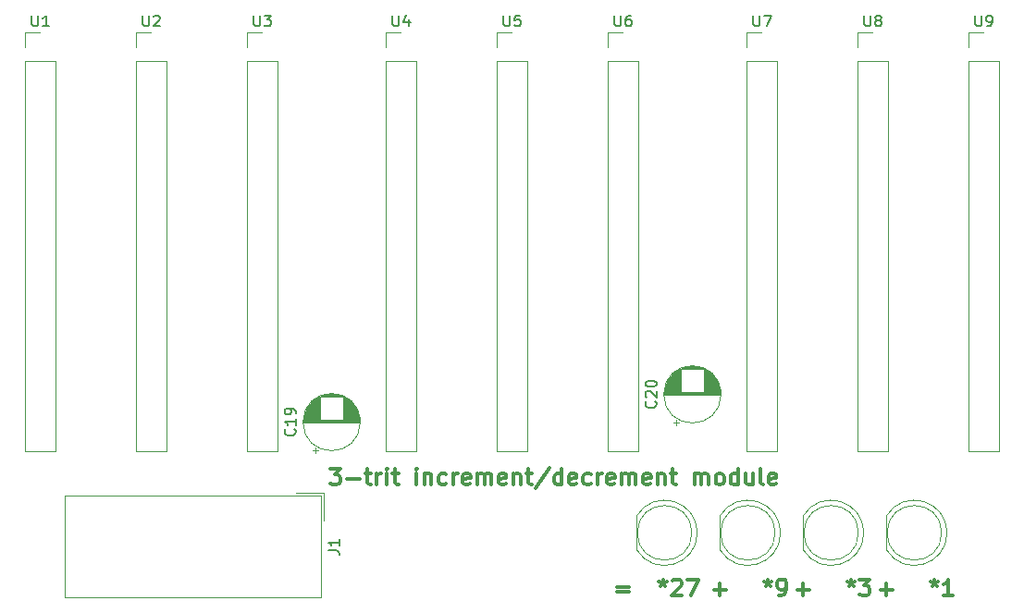
<source format=gbr>
G04 #@! TF.GenerationSoftware,KiCad,Pcbnew,5.0.2+dfsg1-1*
G04 #@! TF.CreationDate,2020-04-17T14:26:07+02:00*
G04 #@! TF.ProjectId,inc-dec,696e632d-6465-4632-9e6b-696361645f70,rev?*
G04 #@! TF.SameCoordinates,Original*
G04 #@! TF.FileFunction,Legend,Top*
G04 #@! TF.FilePolarity,Positive*
%FSLAX46Y46*%
G04 Gerber Fmt 4.6, Leading zero omitted, Abs format (unit mm)*
G04 Created by KiCad (PCBNEW 5.0.2+dfsg1-1) date Fri 17 Apr 2020 02:26:07 PM CEST*
%MOMM*%
%LPD*%
G01*
G04 APERTURE LIST*
%ADD10C,0.300000*%
%ADD11C,0.120000*%
%ADD12C,0.150000*%
G04 APERTURE END LIST*
D10*
X77311428Y-66488571D02*
X77311428Y-66845714D01*
X76954285Y-66702857D02*
X77311428Y-66845714D01*
X77668571Y-66702857D01*
X77097142Y-67131428D02*
X77311428Y-66845714D01*
X77525714Y-67131428D01*
X78168571Y-66631428D02*
X78240000Y-66560000D01*
X78382857Y-66488571D01*
X78740000Y-66488571D01*
X78882857Y-66560000D01*
X78954285Y-66631428D01*
X79025714Y-66774285D01*
X79025714Y-66917142D01*
X78954285Y-67131428D01*
X78097142Y-67988571D01*
X79025714Y-67988571D01*
X79525714Y-66488571D02*
X80525714Y-66488571D01*
X79882857Y-67988571D01*
X86915714Y-66488571D02*
X86915714Y-66845714D01*
X86558571Y-66702857D02*
X86915714Y-66845714D01*
X87272857Y-66702857D01*
X86701428Y-67131428D02*
X86915714Y-66845714D01*
X87130000Y-67131428D01*
X87915714Y-67988571D02*
X88201428Y-67988571D01*
X88344285Y-67917142D01*
X88415714Y-67845714D01*
X88558571Y-67631428D01*
X88630000Y-67345714D01*
X88630000Y-66774285D01*
X88558571Y-66631428D01*
X88487142Y-66560000D01*
X88344285Y-66488571D01*
X88058571Y-66488571D01*
X87915714Y-66560000D01*
X87844285Y-66631428D01*
X87772857Y-66774285D01*
X87772857Y-67131428D01*
X87844285Y-67274285D01*
X87915714Y-67345714D01*
X88058571Y-67417142D01*
X88344285Y-67417142D01*
X88487142Y-67345714D01*
X88558571Y-67274285D01*
X88630000Y-67131428D01*
X94535714Y-66488571D02*
X94535714Y-66845714D01*
X94178571Y-66702857D02*
X94535714Y-66845714D01*
X94892857Y-66702857D01*
X94321428Y-67131428D02*
X94535714Y-66845714D01*
X94750000Y-67131428D01*
X95321428Y-66488571D02*
X96250000Y-66488571D01*
X95750000Y-67060000D01*
X95964285Y-67060000D01*
X96107142Y-67131428D01*
X96178571Y-67202857D01*
X96250000Y-67345714D01*
X96250000Y-67702857D01*
X96178571Y-67845714D01*
X96107142Y-67917142D01*
X95964285Y-67988571D01*
X95535714Y-67988571D01*
X95392857Y-67917142D01*
X95321428Y-67845714D01*
X102155714Y-66488571D02*
X102155714Y-66845714D01*
X101798571Y-66702857D02*
X102155714Y-66845714D01*
X102512857Y-66702857D01*
X101941428Y-67131428D02*
X102155714Y-66845714D01*
X102370000Y-67131428D01*
X103870000Y-67988571D02*
X103012857Y-67988571D01*
X103441428Y-67988571D02*
X103441428Y-66488571D01*
X103298571Y-66702857D01*
X103155714Y-66845714D01*
X103012857Y-66917142D01*
X97218571Y-67417142D02*
X98361428Y-67417142D01*
X97790000Y-67988571D02*
X97790000Y-66845714D01*
X89598571Y-67417142D02*
X90741428Y-67417142D01*
X90170000Y-67988571D02*
X90170000Y-66845714D01*
X81978571Y-67417142D02*
X83121428Y-67417142D01*
X82550000Y-67988571D02*
X82550000Y-66845714D01*
X73088571Y-67202857D02*
X74231428Y-67202857D01*
X74231428Y-67631428D02*
X73088571Y-67631428D01*
X46845714Y-56328571D02*
X47774285Y-56328571D01*
X47274285Y-56900000D01*
X47488571Y-56900000D01*
X47631428Y-56971428D01*
X47702857Y-57042857D01*
X47774285Y-57185714D01*
X47774285Y-57542857D01*
X47702857Y-57685714D01*
X47631428Y-57757142D01*
X47488571Y-57828571D01*
X47059999Y-57828571D01*
X46917142Y-57757142D01*
X46845714Y-57685714D01*
X48417142Y-57257142D02*
X49559999Y-57257142D01*
X50059999Y-56828571D02*
X50631428Y-56828571D01*
X50274285Y-56328571D02*
X50274285Y-57614285D01*
X50345714Y-57757142D01*
X50488571Y-57828571D01*
X50631428Y-57828571D01*
X51131428Y-57828571D02*
X51131428Y-56828571D01*
X51131428Y-57114285D02*
X51202857Y-56971428D01*
X51274285Y-56900000D01*
X51417142Y-56828571D01*
X51559999Y-56828571D01*
X52059999Y-57828571D02*
X52059999Y-56828571D01*
X52059999Y-56328571D02*
X51988571Y-56400000D01*
X52059999Y-56471428D01*
X52131428Y-56400000D01*
X52059999Y-56328571D01*
X52059999Y-56471428D01*
X52559999Y-56828571D02*
X53131428Y-56828571D01*
X52774285Y-56328571D02*
X52774285Y-57614285D01*
X52845714Y-57757142D01*
X52988571Y-57828571D01*
X53131428Y-57828571D01*
X54774285Y-57828571D02*
X54774285Y-56828571D01*
X54774285Y-56328571D02*
X54702857Y-56400000D01*
X54774285Y-56471428D01*
X54845714Y-56400000D01*
X54774285Y-56328571D01*
X54774285Y-56471428D01*
X55488571Y-56828571D02*
X55488571Y-57828571D01*
X55488571Y-56971428D02*
X55560000Y-56900000D01*
X55702857Y-56828571D01*
X55917142Y-56828571D01*
X56060000Y-56900000D01*
X56131428Y-57042857D01*
X56131428Y-57828571D01*
X57488571Y-57757142D02*
X57345714Y-57828571D01*
X57059999Y-57828571D01*
X56917142Y-57757142D01*
X56845714Y-57685714D01*
X56774285Y-57542857D01*
X56774285Y-57114285D01*
X56845714Y-56971428D01*
X56917142Y-56900000D01*
X57059999Y-56828571D01*
X57345714Y-56828571D01*
X57488571Y-56900000D01*
X58131428Y-57828571D02*
X58131428Y-56828571D01*
X58131428Y-57114285D02*
X58202857Y-56971428D01*
X58274285Y-56900000D01*
X58417142Y-56828571D01*
X58559999Y-56828571D01*
X59631428Y-57757142D02*
X59488571Y-57828571D01*
X59202857Y-57828571D01*
X59059999Y-57757142D01*
X58988571Y-57614285D01*
X58988571Y-57042857D01*
X59059999Y-56900000D01*
X59202857Y-56828571D01*
X59488571Y-56828571D01*
X59631428Y-56900000D01*
X59702857Y-57042857D01*
X59702857Y-57185714D01*
X58988571Y-57328571D01*
X60345714Y-57828571D02*
X60345714Y-56828571D01*
X60345714Y-56971428D02*
X60417142Y-56900000D01*
X60559999Y-56828571D01*
X60774285Y-56828571D01*
X60917142Y-56900000D01*
X60988571Y-57042857D01*
X60988571Y-57828571D01*
X60988571Y-57042857D02*
X61059999Y-56900000D01*
X61202857Y-56828571D01*
X61417142Y-56828571D01*
X61559999Y-56900000D01*
X61631428Y-57042857D01*
X61631428Y-57828571D01*
X62917142Y-57757142D02*
X62774285Y-57828571D01*
X62488571Y-57828571D01*
X62345714Y-57757142D01*
X62274285Y-57614285D01*
X62274285Y-57042857D01*
X62345714Y-56900000D01*
X62488571Y-56828571D01*
X62774285Y-56828571D01*
X62917142Y-56900000D01*
X62988571Y-57042857D01*
X62988571Y-57185714D01*
X62274285Y-57328571D01*
X63631428Y-56828571D02*
X63631428Y-57828571D01*
X63631428Y-56971428D02*
X63702857Y-56900000D01*
X63845714Y-56828571D01*
X64060000Y-56828571D01*
X64202857Y-56900000D01*
X64274285Y-57042857D01*
X64274285Y-57828571D01*
X64774285Y-56828571D02*
X65345714Y-56828571D01*
X64988571Y-56328571D02*
X64988571Y-57614285D01*
X65060000Y-57757142D01*
X65202857Y-57828571D01*
X65345714Y-57828571D01*
X66917142Y-56257142D02*
X65631428Y-58185714D01*
X68060000Y-57828571D02*
X68060000Y-56328571D01*
X68060000Y-57757142D02*
X67917142Y-57828571D01*
X67631428Y-57828571D01*
X67488571Y-57757142D01*
X67417142Y-57685714D01*
X67345714Y-57542857D01*
X67345714Y-57114285D01*
X67417142Y-56971428D01*
X67488571Y-56900000D01*
X67631428Y-56828571D01*
X67917142Y-56828571D01*
X68060000Y-56900000D01*
X69345714Y-57757142D02*
X69202857Y-57828571D01*
X68917142Y-57828571D01*
X68774285Y-57757142D01*
X68702857Y-57614285D01*
X68702857Y-57042857D01*
X68774285Y-56900000D01*
X68917142Y-56828571D01*
X69202857Y-56828571D01*
X69345714Y-56900000D01*
X69417142Y-57042857D01*
X69417142Y-57185714D01*
X68702857Y-57328571D01*
X70702857Y-57757142D02*
X70560000Y-57828571D01*
X70274285Y-57828571D01*
X70131428Y-57757142D01*
X70060000Y-57685714D01*
X69988571Y-57542857D01*
X69988571Y-57114285D01*
X70060000Y-56971428D01*
X70131428Y-56900000D01*
X70274285Y-56828571D01*
X70560000Y-56828571D01*
X70702857Y-56900000D01*
X71345714Y-57828571D02*
X71345714Y-56828571D01*
X71345714Y-57114285D02*
X71417142Y-56971428D01*
X71488571Y-56900000D01*
X71631428Y-56828571D01*
X71774285Y-56828571D01*
X72845714Y-57757142D02*
X72702857Y-57828571D01*
X72417142Y-57828571D01*
X72274285Y-57757142D01*
X72202857Y-57614285D01*
X72202857Y-57042857D01*
X72274285Y-56900000D01*
X72417142Y-56828571D01*
X72702857Y-56828571D01*
X72845714Y-56900000D01*
X72917142Y-57042857D01*
X72917142Y-57185714D01*
X72202857Y-57328571D01*
X73560000Y-57828571D02*
X73560000Y-56828571D01*
X73560000Y-56971428D02*
X73631428Y-56900000D01*
X73774285Y-56828571D01*
X73988571Y-56828571D01*
X74131428Y-56900000D01*
X74202857Y-57042857D01*
X74202857Y-57828571D01*
X74202857Y-57042857D02*
X74274285Y-56900000D01*
X74417142Y-56828571D01*
X74631428Y-56828571D01*
X74774285Y-56900000D01*
X74845714Y-57042857D01*
X74845714Y-57828571D01*
X76131428Y-57757142D02*
X75988571Y-57828571D01*
X75702857Y-57828571D01*
X75560000Y-57757142D01*
X75488571Y-57614285D01*
X75488571Y-57042857D01*
X75560000Y-56900000D01*
X75702857Y-56828571D01*
X75988571Y-56828571D01*
X76131428Y-56900000D01*
X76202857Y-57042857D01*
X76202857Y-57185714D01*
X75488571Y-57328571D01*
X76845714Y-56828571D02*
X76845714Y-57828571D01*
X76845714Y-56971428D02*
X76917142Y-56900000D01*
X77060000Y-56828571D01*
X77274285Y-56828571D01*
X77417142Y-56900000D01*
X77488571Y-57042857D01*
X77488571Y-57828571D01*
X77988571Y-56828571D02*
X78560000Y-56828571D01*
X78202857Y-56328571D02*
X78202857Y-57614285D01*
X78274285Y-57757142D01*
X78417142Y-57828571D01*
X78560000Y-57828571D01*
X80202857Y-57828571D02*
X80202857Y-56828571D01*
X80202857Y-56971428D02*
X80274285Y-56900000D01*
X80417142Y-56828571D01*
X80631428Y-56828571D01*
X80774285Y-56900000D01*
X80845714Y-57042857D01*
X80845714Y-57828571D01*
X80845714Y-57042857D02*
X80917142Y-56900000D01*
X81060000Y-56828571D01*
X81274285Y-56828571D01*
X81417142Y-56900000D01*
X81488571Y-57042857D01*
X81488571Y-57828571D01*
X82417142Y-57828571D02*
X82274285Y-57757142D01*
X82202857Y-57685714D01*
X82131428Y-57542857D01*
X82131428Y-57114285D01*
X82202857Y-56971428D01*
X82274285Y-56900000D01*
X82417142Y-56828571D01*
X82631428Y-56828571D01*
X82774285Y-56900000D01*
X82845714Y-56971428D01*
X82917142Y-57114285D01*
X82917142Y-57542857D01*
X82845714Y-57685714D01*
X82774285Y-57757142D01*
X82631428Y-57828571D01*
X82417142Y-57828571D01*
X84202857Y-57828571D02*
X84202857Y-56328571D01*
X84202857Y-57757142D02*
X84060000Y-57828571D01*
X83774285Y-57828571D01*
X83631428Y-57757142D01*
X83560000Y-57685714D01*
X83488571Y-57542857D01*
X83488571Y-57114285D01*
X83560000Y-56971428D01*
X83631428Y-56900000D01*
X83774285Y-56828571D01*
X84060000Y-56828571D01*
X84202857Y-56900000D01*
X85560000Y-56828571D02*
X85560000Y-57828571D01*
X84917142Y-56828571D02*
X84917142Y-57614285D01*
X84988571Y-57757142D01*
X85131428Y-57828571D01*
X85345714Y-57828571D01*
X85488571Y-57757142D01*
X85560000Y-57685714D01*
X86488571Y-57828571D02*
X86345714Y-57757142D01*
X86274285Y-57614285D01*
X86274285Y-56328571D01*
X87631428Y-57757142D02*
X87488571Y-57828571D01*
X87202857Y-57828571D01*
X87060000Y-57757142D01*
X86988571Y-57614285D01*
X86988571Y-57042857D01*
X87060000Y-56900000D01*
X87202857Y-56828571D01*
X87488571Y-56828571D01*
X87631428Y-56900000D01*
X87702857Y-57042857D01*
X87702857Y-57185714D01*
X86988571Y-57328571D01*
D11*
G04 #@! TO.C,C19*
X49610000Y-52090000D02*
G75*
G03X49610000Y-52090000I-2620000J0D01*
G01*
X44410000Y-52090000D02*
X49570000Y-52090000D01*
X44410000Y-52050000D02*
X49570000Y-52050000D01*
X44411000Y-52010000D02*
X49569000Y-52010000D01*
X44412000Y-51970000D02*
X49568000Y-51970000D01*
X44414000Y-51930000D02*
X49566000Y-51930000D01*
X44417000Y-51890000D02*
X49563000Y-51890000D01*
X44421000Y-51850000D02*
X45950000Y-51850000D01*
X48030000Y-51850000D02*
X49559000Y-51850000D01*
X44425000Y-51810000D02*
X45950000Y-51810000D01*
X48030000Y-51810000D02*
X49555000Y-51810000D01*
X44429000Y-51770000D02*
X45950000Y-51770000D01*
X48030000Y-51770000D02*
X49551000Y-51770000D01*
X44434000Y-51730000D02*
X45950000Y-51730000D01*
X48030000Y-51730000D02*
X49546000Y-51730000D01*
X44440000Y-51690000D02*
X45950000Y-51690000D01*
X48030000Y-51690000D02*
X49540000Y-51690000D01*
X44447000Y-51650000D02*
X45950000Y-51650000D01*
X48030000Y-51650000D02*
X49533000Y-51650000D01*
X44454000Y-51610000D02*
X45950000Y-51610000D01*
X48030000Y-51610000D02*
X49526000Y-51610000D01*
X44462000Y-51570000D02*
X45950000Y-51570000D01*
X48030000Y-51570000D02*
X49518000Y-51570000D01*
X44470000Y-51530000D02*
X45950000Y-51530000D01*
X48030000Y-51530000D02*
X49510000Y-51530000D01*
X44479000Y-51490000D02*
X45950000Y-51490000D01*
X48030000Y-51490000D02*
X49501000Y-51490000D01*
X44489000Y-51450000D02*
X45950000Y-51450000D01*
X48030000Y-51450000D02*
X49491000Y-51450000D01*
X44499000Y-51410000D02*
X45950000Y-51410000D01*
X48030000Y-51410000D02*
X49481000Y-51410000D01*
X44510000Y-51369000D02*
X45950000Y-51369000D01*
X48030000Y-51369000D02*
X49470000Y-51369000D01*
X44522000Y-51329000D02*
X45950000Y-51329000D01*
X48030000Y-51329000D02*
X49458000Y-51329000D01*
X44535000Y-51289000D02*
X45950000Y-51289000D01*
X48030000Y-51289000D02*
X49445000Y-51289000D01*
X44548000Y-51249000D02*
X45950000Y-51249000D01*
X48030000Y-51249000D02*
X49432000Y-51249000D01*
X44562000Y-51209000D02*
X45950000Y-51209000D01*
X48030000Y-51209000D02*
X49418000Y-51209000D01*
X44576000Y-51169000D02*
X45950000Y-51169000D01*
X48030000Y-51169000D02*
X49404000Y-51169000D01*
X44592000Y-51129000D02*
X45950000Y-51129000D01*
X48030000Y-51129000D02*
X49388000Y-51129000D01*
X44608000Y-51089000D02*
X45950000Y-51089000D01*
X48030000Y-51089000D02*
X49372000Y-51089000D01*
X44625000Y-51049000D02*
X45950000Y-51049000D01*
X48030000Y-51049000D02*
X49355000Y-51049000D01*
X44642000Y-51009000D02*
X45950000Y-51009000D01*
X48030000Y-51009000D02*
X49338000Y-51009000D01*
X44661000Y-50969000D02*
X45950000Y-50969000D01*
X48030000Y-50969000D02*
X49319000Y-50969000D01*
X44680000Y-50929000D02*
X45950000Y-50929000D01*
X48030000Y-50929000D02*
X49300000Y-50929000D01*
X44700000Y-50889000D02*
X45950000Y-50889000D01*
X48030000Y-50889000D02*
X49280000Y-50889000D01*
X44722000Y-50849000D02*
X45950000Y-50849000D01*
X48030000Y-50849000D02*
X49258000Y-50849000D01*
X44743000Y-50809000D02*
X45950000Y-50809000D01*
X48030000Y-50809000D02*
X49237000Y-50809000D01*
X44766000Y-50769000D02*
X45950000Y-50769000D01*
X48030000Y-50769000D02*
X49214000Y-50769000D01*
X44790000Y-50729000D02*
X45950000Y-50729000D01*
X48030000Y-50729000D02*
X49190000Y-50729000D01*
X44815000Y-50689000D02*
X45950000Y-50689000D01*
X48030000Y-50689000D02*
X49165000Y-50689000D01*
X44841000Y-50649000D02*
X45950000Y-50649000D01*
X48030000Y-50649000D02*
X49139000Y-50649000D01*
X44868000Y-50609000D02*
X45950000Y-50609000D01*
X48030000Y-50609000D02*
X49112000Y-50609000D01*
X44895000Y-50569000D02*
X45950000Y-50569000D01*
X48030000Y-50569000D02*
X49085000Y-50569000D01*
X44925000Y-50529000D02*
X45950000Y-50529000D01*
X48030000Y-50529000D02*
X49055000Y-50529000D01*
X44955000Y-50489000D02*
X45950000Y-50489000D01*
X48030000Y-50489000D02*
X49025000Y-50489000D01*
X44986000Y-50449000D02*
X45950000Y-50449000D01*
X48030000Y-50449000D02*
X48994000Y-50449000D01*
X45019000Y-50409000D02*
X45950000Y-50409000D01*
X48030000Y-50409000D02*
X48961000Y-50409000D01*
X45053000Y-50369000D02*
X45950000Y-50369000D01*
X48030000Y-50369000D02*
X48927000Y-50369000D01*
X45089000Y-50329000D02*
X45950000Y-50329000D01*
X48030000Y-50329000D02*
X48891000Y-50329000D01*
X45126000Y-50289000D02*
X45950000Y-50289000D01*
X48030000Y-50289000D02*
X48854000Y-50289000D01*
X45164000Y-50249000D02*
X45950000Y-50249000D01*
X48030000Y-50249000D02*
X48816000Y-50249000D01*
X45205000Y-50209000D02*
X45950000Y-50209000D01*
X48030000Y-50209000D02*
X48775000Y-50209000D01*
X45247000Y-50169000D02*
X45950000Y-50169000D01*
X48030000Y-50169000D02*
X48733000Y-50169000D01*
X45291000Y-50129000D02*
X45950000Y-50129000D01*
X48030000Y-50129000D02*
X48689000Y-50129000D01*
X45337000Y-50089000D02*
X45950000Y-50089000D01*
X48030000Y-50089000D02*
X48643000Y-50089000D01*
X45385000Y-50049000D02*
X45950000Y-50049000D01*
X48030000Y-50049000D02*
X48595000Y-50049000D01*
X45436000Y-50009000D02*
X45950000Y-50009000D01*
X48030000Y-50009000D02*
X48544000Y-50009000D01*
X45490000Y-49969000D02*
X45950000Y-49969000D01*
X48030000Y-49969000D02*
X48490000Y-49969000D01*
X45547000Y-49929000D02*
X45950000Y-49929000D01*
X48030000Y-49929000D02*
X48433000Y-49929000D01*
X45607000Y-49889000D02*
X45950000Y-49889000D01*
X48030000Y-49889000D02*
X48373000Y-49889000D01*
X45671000Y-49849000D02*
X45950000Y-49849000D01*
X48030000Y-49849000D02*
X48309000Y-49849000D01*
X45739000Y-49809000D02*
X45950000Y-49809000D01*
X48030000Y-49809000D02*
X48241000Y-49809000D01*
X45812000Y-49769000D02*
X48168000Y-49769000D01*
X45892000Y-49729000D02*
X48088000Y-49729000D01*
X45979000Y-49689000D02*
X48001000Y-49689000D01*
X46075000Y-49649000D02*
X47905000Y-49649000D01*
X46185000Y-49609000D02*
X47795000Y-49609000D01*
X46313000Y-49569000D02*
X47667000Y-49569000D01*
X46472000Y-49529000D02*
X47508000Y-49529000D01*
X46706000Y-49489000D02*
X47274000Y-49489000D01*
X45515000Y-54894775D02*
X45515000Y-54394775D01*
X45265000Y-54644775D02*
X45765000Y-54644775D01*
G04 #@! TO.C,C20*
X78285000Y-52104775D02*
X78785000Y-52104775D01*
X78535000Y-52354775D02*
X78535000Y-51854775D01*
X79726000Y-46949000D02*
X80294000Y-46949000D01*
X79492000Y-46989000D02*
X80528000Y-46989000D01*
X79333000Y-47029000D02*
X80687000Y-47029000D01*
X79205000Y-47069000D02*
X80815000Y-47069000D01*
X79095000Y-47109000D02*
X80925000Y-47109000D01*
X78999000Y-47149000D02*
X81021000Y-47149000D01*
X78912000Y-47189000D02*
X81108000Y-47189000D01*
X78832000Y-47229000D02*
X81188000Y-47229000D01*
X81050000Y-47269000D02*
X81261000Y-47269000D01*
X78759000Y-47269000D02*
X78970000Y-47269000D01*
X81050000Y-47309000D02*
X81329000Y-47309000D01*
X78691000Y-47309000D02*
X78970000Y-47309000D01*
X81050000Y-47349000D02*
X81393000Y-47349000D01*
X78627000Y-47349000D02*
X78970000Y-47349000D01*
X81050000Y-47389000D02*
X81453000Y-47389000D01*
X78567000Y-47389000D02*
X78970000Y-47389000D01*
X81050000Y-47429000D02*
X81510000Y-47429000D01*
X78510000Y-47429000D02*
X78970000Y-47429000D01*
X81050000Y-47469000D02*
X81564000Y-47469000D01*
X78456000Y-47469000D02*
X78970000Y-47469000D01*
X81050000Y-47509000D02*
X81615000Y-47509000D01*
X78405000Y-47509000D02*
X78970000Y-47509000D01*
X81050000Y-47549000D02*
X81663000Y-47549000D01*
X78357000Y-47549000D02*
X78970000Y-47549000D01*
X81050000Y-47589000D02*
X81709000Y-47589000D01*
X78311000Y-47589000D02*
X78970000Y-47589000D01*
X81050000Y-47629000D02*
X81753000Y-47629000D01*
X78267000Y-47629000D02*
X78970000Y-47629000D01*
X81050000Y-47669000D02*
X81795000Y-47669000D01*
X78225000Y-47669000D02*
X78970000Y-47669000D01*
X81050000Y-47709000D02*
X81836000Y-47709000D01*
X78184000Y-47709000D02*
X78970000Y-47709000D01*
X81050000Y-47749000D02*
X81874000Y-47749000D01*
X78146000Y-47749000D02*
X78970000Y-47749000D01*
X81050000Y-47789000D02*
X81911000Y-47789000D01*
X78109000Y-47789000D02*
X78970000Y-47789000D01*
X81050000Y-47829000D02*
X81947000Y-47829000D01*
X78073000Y-47829000D02*
X78970000Y-47829000D01*
X81050000Y-47869000D02*
X81981000Y-47869000D01*
X78039000Y-47869000D02*
X78970000Y-47869000D01*
X81050000Y-47909000D02*
X82014000Y-47909000D01*
X78006000Y-47909000D02*
X78970000Y-47909000D01*
X81050000Y-47949000D02*
X82045000Y-47949000D01*
X77975000Y-47949000D02*
X78970000Y-47949000D01*
X81050000Y-47989000D02*
X82075000Y-47989000D01*
X77945000Y-47989000D02*
X78970000Y-47989000D01*
X81050000Y-48029000D02*
X82105000Y-48029000D01*
X77915000Y-48029000D02*
X78970000Y-48029000D01*
X81050000Y-48069000D02*
X82132000Y-48069000D01*
X77888000Y-48069000D02*
X78970000Y-48069000D01*
X81050000Y-48109000D02*
X82159000Y-48109000D01*
X77861000Y-48109000D02*
X78970000Y-48109000D01*
X81050000Y-48149000D02*
X82185000Y-48149000D01*
X77835000Y-48149000D02*
X78970000Y-48149000D01*
X81050000Y-48189000D02*
X82210000Y-48189000D01*
X77810000Y-48189000D02*
X78970000Y-48189000D01*
X81050000Y-48229000D02*
X82234000Y-48229000D01*
X77786000Y-48229000D02*
X78970000Y-48229000D01*
X81050000Y-48269000D02*
X82257000Y-48269000D01*
X77763000Y-48269000D02*
X78970000Y-48269000D01*
X81050000Y-48309000D02*
X82278000Y-48309000D01*
X77742000Y-48309000D02*
X78970000Y-48309000D01*
X81050000Y-48349000D02*
X82300000Y-48349000D01*
X77720000Y-48349000D02*
X78970000Y-48349000D01*
X81050000Y-48389000D02*
X82320000Y-48389000D01*
X77700000Y-48389000D02*
X78970000Y-48389000D01*
X81050000Y-48429000D02*
X82339000Y-48429000D01*
X77681000Y-48429000D02*
X78970000Y-48429000D01*
X81050000Y-48469000D02*
X82358000Y-48469000D01*
X77662000Y-48469000D02*
X78970000Y-48469000D01*
X81050000Y-48509000D02*
X82375000Y-48509000D01*
X77645000Y-48509000D02*
X78970000Y-48509000D01*
X81050000Y-48549000D02*
X82392000Y-48549000D01*
X77628000Y-48549000D02*
X78970000Y-48549000D01*
X81050000Y-48589000D02*
X82408000Y-48589000D01*
X77612000Y-48589000D02*
X78970000Y-48589000D01*
X81050000Y-48629000D02*
X82424000Y-48629000D01*
X77596000Y-48629000D02*
X78970000Y-48629000D01*
X81050000Y-48669000D02*
X82438000Y-48669000D01*
X77582000Y-48669000D02*
X78970000Y-48669000D01*
X81050000Y-48709000D02*
X82452000Y-48709000D01*
X77568000Y-48709000D02*
X78970000Y-48709000D01*
X81050000Y-48749000D02*
X82465000Y-48749000D01*
X77555000Y-48749000D02*
X78970000Y-48749000D01*
X81050000Y-48789000D02*
X82478000Y-48789000D01*
X77542000Y-48789000D02*
X78970000Y-48789000D01*
X81050000Y-48829000D02*
X82490000Y-48829000D01*
X77530000Y-48829000D02*
X78970000Y-48829000D01*
X81050000Y-48870000D02*
X82501000Y-48870000D01*
X77519000Y-48870000D02*
X78970000Y-48870000D01*
X81050000Y-48910000D02*
X82511000Y-48910000D01*
X77509000Y-48910000D02*
X78970000Y-48910000D01*
X81050000Y-48950000D02*
X82521000Y-48950000D01*
X77499000Y-48950000D02*
X78970000Y-48950000D01*
X81050000Y-48990000D02*
X82530000Y-48990000D01*
X77490000Y-48990000D02*
X78970000Y-48990000D01*
X81050000Y-49030000D02*
X82538000Y-49030000D01*
X77482000Y-49030000D02*
X78970000Y-49030000D01*
X81050000Y-49070000D02*
X82546000Y-49070000D01*
X77474000Y-49070000D02*
X78970000Y-49070000D01*
X81050000Y-49110000D02*
X82553000Y-49110000D01*
X77467000Y-49110000D02*
X78970000Y-49110000D01*
X81050000Y-49150000D02*
X82560000Y-49150000D01*
X77460000Y-49150000D02*
X78970000Y-49150000D01*
X81050000Y-49190000D02*
X82566000Y-49190000D01*
X77454000Y-49190000D02*
X78970000Y-49190000D01*
X81050000Y-49230000D02*
X82571000Y-49230000D01*
X77449000Y-49230000D02*
X78970000Y-49230000D01*
X81050000Y-49270000D02*
X82575000Y-49270000D01*
X77445000Y-49270000D02*
X78970000Y-49270000D01*
X81050000Y-49310000D02*
X82579000Y-49310000D01*
X77441000Y-49310000D02*
X78970000Y-49310000D01*
X77437000Y-49350000D02*
X82583000Y-49350000D01*
X77434000Y-49390000D02*
X82586000Y-49390000D01*
X77432000Y-49430000D02*
X82588000Y-49430000D01*
X77431000Y-49470000D02*
X82589000Y-49470000D01*
X77430000Y-49510000D02*
X82590000Y-49510000D01*
X77430000Y-49550000D02*
X82590000Y-49550000D01*
X82630000Y-49550000D02*
G75*
G03X82630000Y-49550000I-2620000J0D01*
G01*
G04 #@! TO.C,J1*
X45990000Y-68175000D02*
X22590000Y-68175000D01*
X22590000Y-68175000D02*
X22590000Y-58825000D01*
X22590000Y-58825000D02*
X45990000Y-58825000D01*
X45990000Y-58825000D02*
X45990000Y-68175000D01*
X46240000Y-58575000D02*
X43700000Y-58575000D01*
X46240000Y-58575000D02*
X46240000Y-61115000D01*
G04 #@! TO.C,U1*
X18930000Y-19050000D02*
X18930000Y-54730000D01*
X18930000Y-54730000D02*
X21710000Y-54730000D01*
X21710000Y-54730000D02*
X21710000Y-19050000D01*
X21710000Y-19050000D02*
X18930000Y-19050000D01*
X18930000Y-17780000D02*
X18930000Y-16390000D01*
X18930000Y-16390000D02*
X20320000Y-16390000D01*
G04 #@! TO.C,U2*
X29090000Y-19050000D02*
X29090000Y-54730000D01*
X29090000Y-54730000D02*
X31870000Y-54730000D01*
X31870000Y-54730000D02*
X31870000Y-19050000D01*
X31870000Y-19050000D02*
X29090000Y-19050000D01*
X29090000Y-17780000D02*
X29090000Y-16390000D01*
X29090000Y-16390000D02*
X30480000Y-16390000D01*
G04 #@! TO.C,U3*
X39250000Y-16390000D02*
X40640000Y-16390000D01*
X39250000Y-17780000D02*
X39250000Y-16390000D01*
X42030000Y-19050000D02*
X39250000Y-19050000D01*
X42030000Y-54730000D02*
X42030000Y-19050000D01*
X39250000Y-54730000D02*
X42030000Y-54730000D01*
X39250000Y-19050000D02*
X39250000Y-54730000D01*
G04 #@! TO.C,U4*
X51950000Y-19050000D02*
X51950000Y-54730000D01*
X51950000Y-54730000D02*
X54730000Y-54730000D01*
X54730000Y-54730000D02*
X54730000Y-19050000D01*
X54730000Y-19050000D02*
X51950000Y-19050000D01*
X51950000Y-17780000D02*
X51950000Y-16390000D01*
X51950000Y-16390000D02*
X53340000Y-16390000D01*
G04 #@! TO.C,U5*
X62110000Y-16390000D02*
X63500000Y-16390000D01*
X62110000Y-17780000D02*
X62110000Y-16390000D01*
X64890000Y-19050000D02*
X62110000Y-19050000D01*
X64890000Y-54730000D02*
X64890000Y-19050000D01*
X62110000Y-54730000D02*
X64890000Y-54730000D01*
X62110000Y-19050000D02*
X62110000Y-54730000D01*
G04 #@! TO.C,U6*
X72270000Y-19050000D02*
X72270000Y-54730000D01*
X72270000Y-54730000D02*
X75050000Y-54730000D01*
X75050000Y-54730000D02*
X75050000Y-19050000D01*
X75050000Y-19050000D02*
X72270000Y-19050000D01*
X72270000Y-17780000D02*
X72270000Y-16390000D01*
X72270000Y-16390000D02*
X73660000Y-16390000D01*
G04 #@! TO.C,U7*
X84970000Y-16390000D02*
X86360000Y-16390000D01*
X84970000Y-17780000D02*
X84970000Y-16390000D01*
X87750000Y-19050000D02*
X84970000Y-19050000D01*
X87750000Y-54730000D02*
X87750000Y-19050000D01*
X84970000Y-54730000D02*
X87750000Y-54730000D01*
X84970000Y-19050000D02*
X84970000Y-54730000D01*
G04 #@! TO.C,U8*
X95130000Y-19050000D02*
X95130000Y-54730000D01*
X95130000Y-54730000D02*
X97910000Y-54730000D01*
X97910000Y-54730000D02*
X97910000Y-19050000D01*
X97910000Y-19050000D02*
X95130000Y-19050000D01*
X95130000Y-17780000D02*
X95130000Y-16390000D01*
X95130000Y-16390000D02*
X96520000Y-16390000D01*
G04 #@! TO.C,U9*
X105290000Y-16390000D02*
X106680000Y-16390000D01*
X105290000Y-17780000D02*
X105290000Y-16390000D01*
X108070000Y-19050000D02*
X105290000Y-19050000D01*
X108070000Y-54730000D02*
X108070000Y-19050000D01*
X105290000Y-54730000D02*
X108070000Y-54730000D01*
X105290000Y-19050000D02*
X105290000Y-54730000D01*
G04 #@! TO.C,D1*
X103320000Y-62230462D02*
G75*
G03X97770000Y-60685170I-2990000J462D01*
G01*
X103320000Y-62229538D02*
G75*
G02X97770000Y-63774830I-2990000J-462D01*
G01*
X102830000Y-62230000D02*
G75*
G03X102830000Y-62230000I-2500000J0D01*
G01*
X97770000Y-60685000D02*
X97770000Y-63775000D01*
G04 #@! TO.C,D2*
X90150000Y-60685000D02*
X90150000Y-63775000D01*
X95210000Y-62230000D02*
G75*
G03X95210000Y-62230000I-2500000J0D01*
G01*
X95700000Y-62229538D02*
G75*
G02X90150000Y-63774830I-2990000J-462D01*
G01*
X95700000Y-62230462D02*
G75*
G03X90150000Y-60685170I-2990000J462D01*
G01*
G04 #@! TO.C,D3*
X88080000Y-62230462D02*
G75*
G03X82530000Y-60685170I-2990000J462D01*
G01*
X88080000Y-62229538D02*
G75*
G02X82530000Y-63774830I-2990000J-462D01*
G01*
X87590000Y-62230000D02*
G75*
G03X87590000Y-62230000I-2500000J0D01*
G01*
X82530000Y-60685000D02*
X82530000Y-63775000D01*
G04 #@! TO.C,D4*
X74910000Y-60685000D02*
X74910000Y-63775000D01*
X79970000Y-62230000D02*
G75*
G03X79970000Y-62230000I-2500000J0D01*
G01*
X80460000Y-62229538D02*
G75*
G02X74910000Y-63774830I-2990000J-462D01*
G01*
X80460000Y-62230462D02*
G75*
G03X74910000Y-60685170I-2990000J462D01*
G01*
G04 #@! TO.C,C19*
D12*
X43597142Y-52732857D02*
X43644761Y-52780476D01*
X43692380Y-52923333D01*
X43692380Y-53018571D01*
X43644761Y-53161428D01*
X43549523Y-53256666D01*
X43454285Y-53304285D01*
X43263809Y-53351904D01*
X43120952Y-53351904D01*
X42930476Y-53304285D01*
X42835238Y-53256666D01*
X42740000Y-53161428D01*
X42692380Y-53018571D01*
X42692380Y-52923333D01*
X42740000Y-52780476D01*
X42787619Y-52732857D01*
X43692380Y-51780476D02*
X43692380Y-52351904D01*
X43692380Y-52066190D02*
X42692380Y-52066190D01*
X42835238Y-52161428D01*
X42930476Y-52256666D01*
X42978095Y-52351904D01*
X43692380Y-51304285D02*
X43692380Y-51113809D01*
X43644761Y-51018571D01*
X43597142Y-50970952D01*
X43454285Y-50875714D01*
X43263809Y-50828095D01*
X42882857Y-50828095D01*
X42787619Y-50875714D01*
X42740000Y-50923333D01*
X42692380Y-51018571D01*
X42692380Y-51209047D01*
X42740000Y-51304285D01*
X42787619Y-51351904D01*
X42882857Y-51399523D01*
X43120952Y-51399523D01*
X43216190Y-51351904D01*
X43263809Y-51304285D01*
X43311428Y-51209047D01*
X43311428Y-51018571D01*
X43263809Y-50923333D01*
X43216190Y-50875714D01*
X43120952Y-50828095D01*
G04 #@! TO.C,C20*
X76617142Y-50192857D02*
X76664761Y-50240476D01*
X76712380Y-50383333D01*
X76712380Y-50478571D01*
X76664761Y-50621428D01*
X76569523Y-50716666D01*
X76474285Y-50764285D01*
X76283809Y-50811904D01*
X76140952Y-50811904D01*
X75950476Y-50764285D01*
X75855238Y-50716666D01*
X75760000Y-50621428D01*
X75712380Y-50478571D01*
X75712380Y-50383333D01*
X75760000Y-50240476D01*
X75807619Y-50192857D01*
X75807619Y-49811904D02*
X75760000Y-49764285D01*
X75712380Y-49669047D01*
X75712380Y-49430952D01*
X75760000Y-49335714D01*
X75807619Y-49288095D01*
X75902857Y-49240476D01*
X75998095Y-49240476D01*
X76140952Y-49288095D01*
X76712380Y-49859523D01*
X76712380Y-49240476D01*
X75712380Y-48621428D02*
X75712380Y-48526190D01*
X75760000Y-48430952D01*
X75807619Y-48383333D01*
X75902857Y-48335714D01*
X76093333Y-48288095D01*
X76331428Y-48288095D01*
X76521904Y-48335714D01*
X76617142Y-48383333D01*
X76664761Y-48430952D01*
X76712380Y-48526190D01*
X76712380Y-48621428D01*
X76664761Y-48716666D01*
X76617142Y-48764285D01*
X76521904Y-48811904D01*
X76331428Y-48859523D01*
X76093333Y-48859523D01*
X75902857Y-48811904D01*
X75807619Y-48764285D01*
X75760000Y-48716666D01*
X75712380Y-48621428D01*
G04 #@! TO.C,J1*
X46696380Y-63833333D02*
X47410666Y-63833333D01*
X47553523Y-63880952D01*
X47648761Y-63976190D01*
X47696380Y-64119047D01*
X47696380Y-64214285D01*
X47696380Y-62833333D02*
X47696380Y-63404761D01*
X47696380Y-63119047D02*
X46696380Y-63119047D01*
X46839238Y-63214285D01*
X46934476Y-63309523D01*
X46982095Y-63404761D01*
G04 #@! TO.C,U1*
X19558095Y-14842380D02*
X19558095Y-15651904D01*
X19605714Y-15747142D01*
X19653333Y-15794761D01*
X19748571Y-15842380D01*
X19939047Y-15842380D01*
X20034285Y-15794761D01*
X20081904Y-15747142D01*
X20129523Y-15651904D01*
X20129523Y-14842380D01*
X21129523Y-15842380D02*
X20558095Y-15842380D01*
X20843809Y-15842380D02*
X20843809Y-14842380D01*
X20748571Y-14985238D01*
X20653333Y-15080476D01*
X20558095Y-15128095D01*
G04 #@! TO.C,U2*
X29718095Y-14842380D02*
X29718095Y-15651904D01*
X29765714Y-15747142D01*
X29813333Y-15794761D01*
X29908571Y-15842380D01*
X30099047Y-15842380D01*
X30194285Y-15794761D01*
X30241904Y-15747142D01*
X30289523Y-15651904D01*
X30289523Y-14842380D01*
X30718095Y-14937619D02*
X30765714Y-14890000D01*
X30860952Y-14842380D01*
X31099047Y-14842380D01*
X31194285Y-14890000D01*
X31241904Y-14937619D01*
X31289523Y-15032857D01*
X31289523Y-15128095D01*
X31241904Y-15270952D01*
X30670476Y-15842380D01*
X31289523Y-15842380D01*
G04 #@! TO.C,U3*
X39878095Y-14842380D02*
X39878095Y-15651904D01*
X39925714Y-15747142D01*
X39973333Y-15794761D01*
X40068571Y-15842380D01*
X40259047Y-15842380D01*
X40354285Y-15794761D01*
X40401904Y-15747142D01*
X40449523Y-15651904D01*
X40449523Y-14842380D01*
X40830476Y-14842380D02*
X41449523Y-14842380D01*
X41116190Y-15223333D01*
X41259047Y-15223333D01*
X41354285Y-15270952D01*
X41401904Y-15318571D01*
X41449523Y-15413809D01*
X41449523Y-15651904D01*
X41401904Y-15747142D01*
X41354285Y-15794761D01*
X41259047Y-15842380D01*
X40973333Y-15842380D01*
X40878095Y-15794761D01*
X40830476Y-15747142D01*
G04 #@! TO.C,U4*
X52578095Y-14842380D02*
X52578095Y-15651904D01*
X52625714Y-15747142D01*
X52673333Y-15794761D01*
X52768571Y-15842380D01*
X52959047Y-15842380D01*
X53054285Y-15794761D01*
X53101904Y-15747142D01*
X53149523Y-15651904D01*
X53149523Y-14842380D01*
X54054285Y-15175714D02*
X54054285Y-15842380D01*
X53816190Y-14794761D02*
X53578095Y-15509047D01*
X54197142Y-15509047D01*
G04 #@! TO.C,U5*
X62738095Y-14842380D02*
X62738095Y-15651904D01*
X62785714Y-15747142D01*
X62833333Y-15794761D01*
X62928571Y-15842380D01*
X63119047Y-15842380D01*
X63214285Y-15794761D01*
X63261904Y-15747142D01*
X63309523Y-15651904D01*
X63309523Y-14842380D01*
X64261904Y-14842380D02*
X63785714Y-14842380D01*
X63738095Y-15318571D01*
X63785714Y-15270952D01*
X63880952Y-15223333D01*
X64119047Y-15223333D01*
X64214285Y-15270952D01*
X64261904Y-15318571D01*
X64309523Y-15413809D01*
X64309523Y-15651904D01*
X64261904Y-15747142D01*
X64214285Y-15794761D01*
X64119047Y-15842380D01*
X63880952Y-15842380D01*
X63785714Y-15794761D01*
X63738095Y-15747142D01*
G04 #@! TO.C,U6*
X72898095Y-14842380D02*
X72898095Y-15651904D01*
X72945714Y-15747142D01*
X72993333Y-15794761D01*
X73088571Y-15842380D01*
X73279047Y-15842380D01*
X73374285Y-15794761D01*
X73421904Y-15747142D01*
X73469523Y-15651904D01*
X73469523Y-14842380D01*
X74374285Y-14842380D02*
X74183809Y-14842380D01*
X74088571Y-14890000D01*
X74040952Y-14937619D01*
X73945714Y-15080476D01*
X73898095Y-15270952D01*
X73898095Y-15651904D01*
X73945714Y-15747142D01*
X73993333Y-15794761D01*
X74088571Y-15842380D01*
X74279047Y-15842380D01*
X74374285Y-15794761D01*
X74421904Y-15747142D01*
X74469523Y-15651904D01*
X74469523Y-15413809D01*
X74421904Y-15318571D01*
X74374285Y-15270952D01*
X74279047Y-15223333D01*
X74088571Y-15223333D01*
X73993333Y-15270952D01*
X73945714Y-15318571D01*
X73898095Y-15413809D01*
G04 #@! TO.C,U7*
X85598095Y-14842380D02*
X85598095Y-15651904D01*
X85645714Y-15747142D01*
X85693333Y-15794761D01*
X85788571Y-15842380D01*
X85979047Y-15842380D01*
X86074285Y-15794761D01*
X86121904Y-15747142D01*
X86169523Y-15651904D01*
X86169523Y-14842380D01*
X86550476Y-14842380D02*
X87217142Y-14842380D01*
X86788571Y-15842380D01*
G04 #@! TO.C,U8*
X95758095Y-14842380D02*
X95758095Y-15651904D01*
X95805714Y-15747142D01*
X95853333Y-15794761D01*
X95948571Y-15842380D01*
X96139047Y-15842380D01*
X96234285Y-15794761D01*
X96281904Y-15747142D01*
X96329523Y-15651904D01*
X96329523Y-14842380D01*
X96948571Y-15270952D02*
X96853333Y-15223333D01*
X96805714Y-15175714D01*
X96758095Y-15080476D01*
X96758095Y-15032857D01*
X96805714Y-14937619D01*
X96853333Y-14890000D01*
X96948571Y-14842380D01*
X97139047Y-14842380D01*
X97234285Y-14890000D01*
X97281904Y-14937619D01*
X97329523Y-15032857D01*
X97329523Y-15080476D01*
X97281904Y-15175714D01*
X97234285Y-15223333D01*
X97139047Y-15270952D01*
X96948571Y-15270952D01*
X96853333Y-15318571D01*
X96805714Y-15366190D01*
X96758095Y-15461428D01*
X96758095Y-15651904D01*
X96805714Y-15747142D01*
X96853333Y-15794761D01*
X96948571Y-15842380D01*
X97139047Y-15842380D01*
X97234285Y-15794761D01*
X97281904Y-15747142D01*
X97329523Y-15651904D01*
X97329523Y-15461428D01*
X97281904Y-15366190D01*
X97234285Y-15318571D01*
X97139047Y-15270952D01*
G04 #@! TO.C,U9*
X105918095Y-14842380D02*
X105918095Y-15651904D01*
X105965714Y-15747142D01*
X106013333Y-15794761D01*
X106108571Y-15842380D01*
X106299047Y-15842380D01*
X106394285Y-15794761D01*
X106441904Y-15747142D01*
X106489523Y-15651904D01*
X106489523Y-14842380D01*
X107013333Y-15842380D02*
X107203809Y-15842380D01*
X107299047Y-15794761D01*
X107346666Y-15747142D01*
X107441904Y-15604285D01*
X107489523Y-15413809D01*
X107489523Y-15032857D01*
X107441904Y-14937619D01*
X107394285Y-14890000D01*
X107299047Y-14842380D01*
X107108571Y-14842380D01*
X107013333Y-14890000D01*
X106965714Y-14937619D01*
X106918095Y-15032857D01*
X106918095Y-15270952D01*
X106965714Y-15366190D01*
X107013333Y-15413809D01*
X107108571Y-15461428D01*
X107299047Y-15461428D01*
X107394285Y-15413809D01*
X107441904Y-15366190D01*
X107489523Y-15270952D01*
G04 #@! TD*
M02*

</source>
